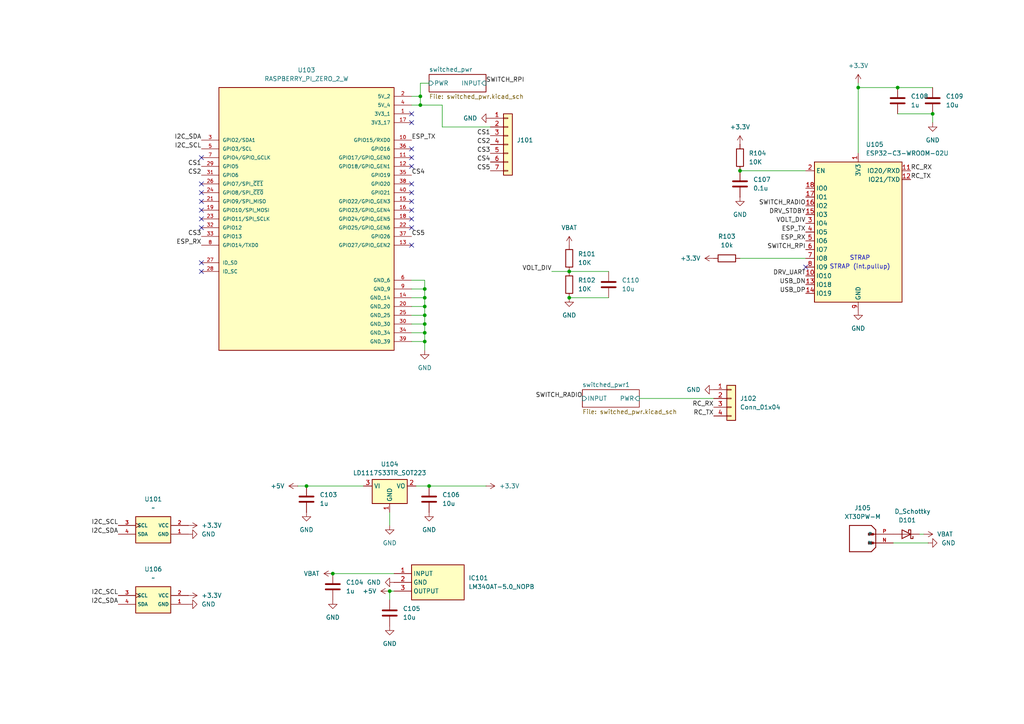
<source format=kicad_sch>
(kicad_sch (version 20250114) (generator "eeschema") (generator_version "9.0")
  (paper "A4")
  (lib_symbols
    (symbol "Connector_Generic:Conn_01x04" (pin_names (offset 1.016) (hide yes))
      (property "Reference" "J" (at 0 5.08 0))
      (property "Value" "Conn_01x04" (at 0 -7.62 0))
      (symbol "Conn_01x04_1_1"
        (rectangle (start -1.27 3.81) (end 1.27 -6.35) (stroke (width 0.254)) (fill (type background)))
        (rectangle (start -1.27 2.667) (end 0 2.413) (stroke (width 0.1524)))
        (rectangle (start -1.27 0.127) (end 0 -0.127) (stroke (width 0.1524)))
        (rectangle (start -1.27 -2.413) (end 0 -2.667) (stroke (width 0.1524)))
        (rectangle (start -1.27 -4.953) (end 0 -5.207) (stroke (width 0.1524)))
        (pin passive line (at -5.08 2.54 0) (length 3.81) (name "Pin_1") (number "1"))
        (pin passive line (at -5.08 0 0) (length 3.81) (name "Pin_2") (number "2"))
        (pin passive line (at -5.08 -2.54 0) (length 3.81) (name "Pin_3") (number "3"))
        (pin passive line (at -5.08 -5.08 0) (length 3.81) (name "Pin_4") (number "4"))
      )
    )
    (symbol "Connector_Generic:Conn_01x07" (pin_names (offset 1.016) (hide yes))
      (property "Reference" "J" (at 0 10.16 0))
      (property "Value" "Conn_01x07" (at 0 -10.16 0))
      (symbol "Conn_01x07_1_1"
        (rectangle (start -1.27 8.89) (end 1.27 -8.89) (stroke (width 0.254)) (fill (type background)))
        (rectangle (start -1.27 7.747) (end 0 7.493) (stroke (width 0.1524)))
        (rectangle (start -1.27 5.207) (end 0 4.953) (stroke (width 0.1524)))
        (rectangle (start -1.27 2.667) (end 0 2.413) (stroke (width 0.1524)))
        (rectangle (start -1.27 0.127) (end 0 -0.127) (stroke (width 0.1524)))
        (rectangle (start -1.27 -2.413) (end 0 -2.667) (stroke (width 0.1524)))
        (rectangle (start -1.27 -4.953) (end 0 -5.207) (stroke (width 0.1524)))
        (rectangle (start -1.27 -7.493) (end 0 -7.747) (stroke (width 0.1524)))
        (pin passive line (at -5.08 7.62 0) (length 3.81) (name "Pin_1") (number "1"))
        (pin passive line (at -5.08 5.08 0) (length 3.81) (name "Pin_2") (number "2"))
        (pin passive line (at -5.08 2.54 0) (length 3.81) (name "Pin_3") (number "3"))
        (pin passive line (at -5.08 0 0) (length 3.81) (name "Pin_4") (number "4"))
        (pin passive line (at -5.08 -2.54 0) (length 3.81) (name "Pin_5") (number "5"))
        (pin passive line (at -5.08 -5.08 0) (length 3.81) (name "Pin_6") (number "6"))
        (pin passive line (at -5.08 -7.62 0) (length 3.81) (name "Pin_7") (number "7"))
      )
    )
    (symbol "Device:C" (pin_numbers (hide yes)) (pin_names (offset 0.254))
      (property "Reference" "C" (at 0.635 2.54 0))
      (property "Value" "C" (at 0.635 -2.54 0))
      (symbol "C_0_1"
        (polyline (pts (xy -2.032 0.762) (xy 2.032 0.762)) (stroke (width 0.508)))
        (polyline (pts (xy -2.032 -0.762) (xy 2.032 -0.762)) (stroke (width 0.508)))
      )
      (symbol "C_1_1"
        (pin passive line (at 0 3.81 270) (length 2.794) (name "~") (number "1"))
        (pin passive line (at 0 -3.81 90) (length 2.794) (name "~") (number "2"))
      )
    )
    (symbol "Device:D_Schottky" (pin_numbers (hide yes)) (pin_names (offset 1.016) (hide yes))
      (property "Reference" "D" (at 0 2.54 0))
      (property "Value" "D_Schottky" (at 0 -2.54 0))
      (symbol "D_Schottky_0_1"
        (polyline (pts (xy -1.905 0.635) (xy -1.905 1.27) (xy -1.27 1.27) (xy -1.27 -1.27) (xy -0.635 -1.27) (xy -0.635 -0.635)) (stroke (width 0.254)))
        (polyline (pts (xy 1.27 1.27) (xy 1.27 -1.27) (xy -1.27 0) (xy 1.27 1.27)) (stroke (width 0.254)))
        (polyline (pts (xy 1.27 0) (xy -1.27 0)))
      )
      (symbol "D_Schottky_1_1"
        (pin passive line (at -3.81 0 0) (length 2.54) (name "K") (number "1"))
        (pin passive line (at 3.81 0 180) (length 2.54) (name "A") (number "2"))
      )
    )
    (symbol "Device:R" (pin_numbers (hide yes)) (pin_names (offset 0))
      (property "Reference" "R" (at 2.032 0 90))
      (property "Value" "R" (at 0 0 90))
      (symbol "R_0_1"
        (rectangle (start -1.016 -2.54) (end 1.016 2.54) (stroke (width 0.254)))
      )
      (symbol "R_1_1"
        (pin passive line (at 0 3.81 270) (length 1.27) (name "~") (number "1"))
        (pin passive line (at 0 -3.81 90) (length 1.27) (name "~") (number "2"))
      )
    )
    (symbol "LM340AT-5_0_NOPB:LM340AT-5.0_NOPB"
      (property "Reference" "IC" (at 21.59 7.62 0))
      (property "Value" "LM340AT-5.0_NOPB" (at 21.59 5.08 0))
      (symbol "LM340AT-5.0_NOPB_1_1"
        (rectangle (start 5.08 2.54) (end 20.32 -7.62) (stroke (width 0.254)) (fill (type background)))
        (pin input line (at 0 0 0) (length 5.08) (name "INPUT") (number "1"))
        (pin power_in line (at 0 -2.54 0) (length 5.08) (name "GND") (number "2"))
        (pin output line (at 0 -5.08 0) (length 5.08) (name "OUTPUT") (number "3"))
      )
    )
    (symbol "RASPBERRY_PI_ZERO_2_W:RASPBERRY_PI_ZERO_2_W" (pin_names (offset 1.016))
      (property "Reference" "U" (at -25.42 39.3962 0))
      (property "Value" "RASPBERRY_PI_ZERO_2_W" (at -25.4191 -40.6687 0))
      (symbol "RASPBERRY_PI_ZERO_2_W_0_0"
        (rectangle (start -25.4 -38.1) (end 25.4 38.1) (stroke (width 0.254)) (fill (type background)))
        (pin bidirectional line (at -30.48 22.86 0) (length 5.08) (name "GPIO2/SDA1") (number "3"))
        (pin bidirectional line (at -30.48 20.32 0) (length 5.08) (name "GPIO3/SCL") (number "5"))
        (pin bidirectional line (at -30.48 17.78 0) (length 5.08) (name "GPIO4/GPIO_GCLK") (number "7"))
        (pin bidirectional line (at -30.48 15.24 0) (length 5.08) (name "GPIO5") (number "29"))
        (pin bidirectional line (at -30.48 12.7 0) (length 5.08) (name "GPIO6") (number "31"))
        (pin bidirectional line (at -30.48 10.16 0) (length 5.08) (name "GPIO7/SPI_~{CE1}") (number "26"))
        (pin bidirectional line (at -30.48 7.62 0) (length 5.08) (name "GPIO8/SPI_~{CE0}") (number "24"))
        (pin bidirectional line (at -30.48 5.08 0) (length 5.08) (name "GPIO9/SPI_MISO") (number "21"))
        (pin bidirectional line (at -30.48 2.54 0) (length 5.08) (name "GPIO10/SPI_MOSI") (number "19"))
        (pin bidirectional line (at -30.48 0 0) (length 5.08) (name "GPIO11/SPI_SCLK") (number "23"))
        (pin bidirectional line (at -30.48 -2.54 0) (length 5.08) (name "GPIO12") (number "32"))
        (pin bidirectional line (at -30.48 -5.08 0) (length 5.08) (name "GPIO13") (number "33"))
        (pin bidirectional line (at -30.48 -7.62 0) (length 5.08) (name "GPIO14/TXD0") (number "8"))
        (pin bidirectional line (at -30.48 -12.7 0) (length 5.08) (name "ID_SD") (number "27"))
        (pin bidirectional line (at -30.48 -15.24 0) (length 5.08) (name "ID_SC") (number "28"))
        (pin power_in line (at 30.48 35.56 180) (length 5.08) (name "5V_2") (number "2"))
        (pin power_in line (at 30.48 33.02 180) (length 5.08) (name "5V_4") (number "4"))
        (pin power_in line (at 30.48 30.48 180) (length 5.08) (name "3V3_1") (number "1"))
        (pin power_in line (at 30.48 27.94 180) (length 5.08) (name "3V3_17") (number "17"))
        (pin bidirectional line (at 30.48 22.86 180) (length 5.08) (name "GPIO15/RXD0") (number "10"))
        (pin bidirectional line (at 30.48 20.32 180) (length 5.08) (name "GPIO16") (number "36"))
        (pin bidirectional line (at 30.48 17.78 180) (length 5.08) (name "GPIO17/GPIO_GEN0") (number "11"))
        (pin bidirectional line (at 30.48 15.24 180) (length 5.08) (name "GPIO18/GPIO_GEN1") (number "12"))
        (pin bidirectional line (at 30.48 12.7 180) (length 5.08) (name "GPIO19") (number "35"))
        (pin bidirectional line (at 30.48 10.16 180) (length 5.08) (name "GPIO20") (number "38"))
        (pin bidirectional line (at 30.48 7.62 180) (length 5.08) (name "GPIO21") (number "40"))
        (pin bidirectional line (at 30.48 5.08 180) (length 5.08) (name "GPIO22/GPIO_GEN3") (number "15"))
        (pin bidirectional line (at 30.48 2.54 180) (length 5.08) (name "GPIO23/GPIO_GEN4") (number "16"))
        (pin bidirectional line (at 30.48 0 180) (length 5.08) (name "GPIO24/GPIO_GEN5") (number "18"))
        (pin bidirectional line (at 30.48 -2.54 180) (length 5.08) (name "GPIO25/GPIO_GEN6") (number "22"))
        (pin bidirectional line (at 30.48 -5.08 180) (length 5.08) (name "GPIO26") (number "37"))
        (pin bidirectional line (at 30.48 -7.62 180) (length 5.08) (name "GPIO27/GPIO_GEN2") (number "13"))
        (pin power_in line (at 30.48 -17.78 180) (length 5.08) (name "GND_6") (number "6"))
        (pin power_in line (at 30.48 -20.32 180) (length 5.08) (name "GND_9") (number "9"))
        (pin power_in line (at 30.48 -22.86 180) (length 5.08) (name "GND_14") (number "14"))
        (pin power_in line (at 30.48 -25.4 180) (length 5.08) (name "GND_20") (number "20"))
        (pin power_in line (at 30.48 -27.94 180) (length 5.08) (name "GND_25") (number "25"))
        (pin power_in line (at 30.48 -30.48 180) (length 5.08) (name "GND_30") (number "30"))
        (pin power_in line (at 30.48 -33.02 180) (length 5.08) (name "GND_34") (number "34"))
        (pin power_in line (at 30.48 -35.56 180) (length 5.08) (name "GND_39") (number "39"))
      )
    )
    (symbol "RF_Module:ESP32-C3-WROOM-02U"
      (property "Reference" "U" (at -12.192 21.336 0))
      (property "Value" "ESP32-C3-WROOM-02U" (at 12.7 21.336 0))
      (symbol "ESP32-C3-WROOM-02U_1_1"
        (rectangle (start -12.7 20.32) (end 12.7 -20.32) (stroke (width 0.254)) (fill (type background)))
        (pin input line (at -15.24 17.78 0) (length 2.54) (name "EN") (number "2"))
        (pin bidirectional line (at -15.24 12.7 0) (length 2.54) (name "IO0") (number "18"))
        (pin bidirectional line (at -15.24 10.16 0) (length 2.54) (name "IO1") (number "17"))
        (pin bidirectional line (at -15.24 7.62 0) (length 2.54) (name "IO2") (number "16"))
        (pin bidirectional line (at -15.24 5.08 0) (length 2.54) (name "IO3") (number "15"))
        (pin bidirectional line (at -15.24 2.54 0) (length 2.54) (name "IO4") (number "3"))
        (pin bidirectional line (at -15.24 0 0) (length 2.54) (name "IO5") (number "4"))
        (pin bidirectional line (at -15.24 -2.54 0) (length 2.54) (name "IO6") (number "5"))
        (pin bidirectional line (at -15.24 -5.08 0) (length 2.54) (name "IO7") (number "6"))
        (pin bidirectional line (at -15.24 -7.62 0) (length 2.54) (name "IO8") (number "7"))
        (pin bidirectional line (at -15.24 -10.16 0) (length 2.54) (name "IO9") (number "8"))
        (pin bidirectional line (at -15.24 -12.7 0) (length 2.54) (name "IO10") (number "10"))
        (pin bidirectional line (at -15.24 -15.24 0) (length 2.54) (name "IO18") (number "13"))
        (pin bidirectional line (at -15.24 -17.78 0) (length 2.54) (name "IO19") (number "14"))
        (pin power_in line (at 0 22.86 270) (length 2.54) (name "3V3") (number "1"))
        (pin passive line (at 0 -22.86 90) (length 2.54) (hide yes) (name "GND") (number "19"))
        (pin power_in line (at 0 -22.86 90) (length 2.54) (name "GND") (number "9"))
        (pin bidirectional line (at 15.24 17.78 180) (length 2.54) (name "IO20/RXD") (number "11"))
        (pin bidirectional line (at 15.24 15.24 180) (length 2.54) (name "IO21/TXD") (number "12"))
      )
    )
    (symbol "Regulator_Linear:LD1117S33TR_SOT223"
      (property "Reference" "U" (at -3.81 3.175 0))
      (property "Value" "LD1117S33TR_SOT223" (at 0 3.175 0))
      (symbol "LD1117S33TR_SOT223_0_1"
        (rectangle (start -5.08 -5.08) (end 5.08 1.905) (stroke (width 0.254)) (fill (type background)))
      )
      (symbol "LD1117S33TR_SOT223_1_1"
        (pin power_in line (at -7.62 0 0) (length 2.54) (name "VI") (number "3"))
        (pin power_in line (at 0 -7.62 90) (length 2.54) (name "GND") (number "1"))
        (pin power_out line (at 7.62 0 180) (length 2.54) (name "VO") (number "2"))
      )
    )
    (symbol "USB4145-03-0070-C_REVA2:USB4145-03-0070-C_REVA2" (pin_names (offset 1.016))
      (property "Reference" "J" (at -12.7 10.922 0))
      (property "Value" "USB4145-03-0070-C_REVA2" (at -12.7 -15.24 0))
      (symbol "USB4145-03-0070-C_REVA2_0_0"
        (rectangle (start -12.7 -12.7) (end 12.7 10.16) (stroke (width 0.254)) (fill (type background)))
        (pin power_in line (at -17.78 7.62 0) (length 5.08) (name "VBUS_A") (number "A4"))
        (pin power_in line (at -17.78 7.62 0) (length 5.08) (name "VBUS_A") (number "A9"))
        (pin bidirectional line (at -17.78 5.08 0) (length 5.08) (name "CC1") (number "A5"))
        (pin bidirectional line (at -17.78 2.54 0) (length 5.08) (name "DP1") (number "A6"))
        (pin bidirectional line (at -17.78 0 0) (length 5.08) (name "DN1") (number "A7"))
        (pin bidirectional line (at -17.78 -2.54 0) (length 5.08) (name "SBU1") (number "A8"))
        (pin power_in line (at -17.78 -5.08 0) (length 5.08) (name "GND_A") (number "A1"))
        (pin power_in line (at -17.78 -5.08 0) (length 5.08) (name "GND_A") (number "A12"))
        (pin passive line (at -17.78 -10.16 0) (length 5.08) (name "SHIELD") (number "S1"))
        (pin passive line (at -17.78 -10.16 0) (length 5.08) (name "SHIELD") (number "S2"))
        (pin passive line (at -17.78 -10.16 0) (length 5.08) (name "SHIELD") (number "S3"))
        (pin passive line (at -17.78 -10.16 0) (length 5.08) (name "SHIELD") (number "S4"))
        (pin power_in line (at 17.78 7.62 180) (length 5.08) (name "VBUS_B") (number "B4"))
        (pin power_in line (at 17.78 7.62 180) (length 5.08) (name "VBUS_B") (number "B9"))
        (pin bidirectional line (at 17.78 5.08 180) (length 5.08) (name "SBU2") (number "B8"))
        (pin bidirectional line (at 17.78 2.54 180) (length 5.08) (name "DN2") (number "B7"))
        (pin bidirectional line (at 17.78 0 180) (length 5.08) (name "DP2") (number "B6"))
        (pin bidirectional line (at 17.78 -2.54 180) (length 5.08) (name "CC2") (number "B5"))
        (pin power_in line (at 17.78 -5.08 180) (length 5.08) (name "GND_B") (number "B1"))
        (pin power_in line (at 17.78 -5.08 180) (length 5.08) (name "GND_B") (number "B12"))
      )
    )
    (symbol "XT30PW-M:XT30PW-M" (pin_names (offset 1.016))
      (property "Reference" "J" (at -7.62 3.302 0))
      (property "Value" "XT30PW-M" (at -7.62 -7.62 0))
      (symbol "XT30PW-M_0_0"
        (polyline (pts (xy -7.62 2.54) (xy -1.27 2.54)) (stroke (width 0.254)))
        (polyline (pts (xy -7.62 -5.08) (xy -7.62 2.54)) (stroke (width 0.254)))
        (rectangle (start -2.2225 -0.3175) (end -0.635 0.3175) (stroke (width 0.1)) (fill (type outline)))
        (rectangle (start -2.2225 -2.8575) (end -0.635 -2.2225) (stroke (width 0.1)) (fill (type outline)))
        (polyline (pts (xy -1.27 -5.08) (xy -7.62 -5.08)) (stroke (width 0.254)))
        (polyline (pts (xy 0 1.27) (xy -1.27 2.54)) (stroke (width 0.254)))
        (polyline (pts (xy 0 1.27) (xy 0 0)) (stroke (width 0.254)))
        (polyline (pts (xy 0 0) (xy -1.905 0)) (stroke (width 0.254)))
        (polyline (pts (xy 0 0) (xy 0 -3.81)) (stroke (width 0.254)))
        (polyline (pts (xy 0 -2.54) (xy -1.905 -2.54)) (stroke (width 0.254)))
        (polyline (pts (xy 0 -3.81) (xy -1.27 -5.08)) (stroke (width 0.254)))
        (pin power_in line (at 5.08 0 180) (length 5.08) (name "P") (number "P"))
        (pin power_in line (at 5.08 -2.54 180) (length 5.08) (name "N") (number "N"))
      )
    )
    (symbol "custom:Compass"
      (property "Reference" "U" (at 0 1.27 0))
      (symbol "Compass_0_0"
        (rectangle (start -5.08 5.08) (end 5.08 -2.54) (stroke (width 0.254)) (fill (type background)))
      )
      (symbol "Compass_1_0"
        (pin input clock (at -10.16 2.54 0) (length 5.08) (name "SCL") (number "3"))
        (pin bidirectional line (at -10.16 0 0) (length 5.08) (name "SDA") (number "4"))
        (pin power_in line (at 10.16 2.54 180) (length 5.08) (name "VCC") (number "2"))
        (pin power_in line (at 10.16 0 180) (length 5.08) (name "GND") (number "1"))
      )
    )
    (symbol "power:+3.3V" (power) (pin_numbers (hide yes)) (pin_names (offset 0) (hide yes))
      (property "Value" "+3.3V" (at 0 3.556 0))
      (symbol "+3.3V_0_1"
        (polyline (pts (xy -0.762 1.27) (xy 0 2.54)))
        (polyline (pts (xy 0 2.54) (xy 0.762 1.27)))
        (polyline (pts (xy 0 0) (xy 0 2.54)))
      )
      (symbol "+3.3V_1_1"
        (pin power_in line (at 0 0 90) (length 0) (name "~") (number "1"))
      )
    )
    (symbol "power:+5V" (power) (pin_numbers (hide yes)) (pin_names (offset 0) (hide yes))
      (property "Value" "+5V" (at 0 3.556 0))
      (symbol "+5V_0_1"
        (polyline (pts (xy -0.762 1.27) (xy 0 2.54)))
        (polyline (pts (xy 0 2.54) (xy 0.762 1.27)))
        (polyline (pts (xy 0 0) (xy 0 2.54)))
      )
      (symbol "+5V_1_1"
        (pin power_in line (at 0 0 90) (length 0) (name "~") (number "1"))
      )
    )
    (symbol "power:GND" (power) (pin_numbers (hide yes)) (pin_names (offset 0) (hide yes))
      (property "Value" "GND" (at 0 -3.81 0))
      (symbol "GND_0_1"
        (polyline (pts (xy 0 0) (xy 0 -1.27) (xy 1.27 -1.27) (xy 0 -2.54) (xy -1.27 -1.27) (xy 0 -1.27)))
      )
      (symbol "GND_1_1"
        (pin power_in line (at 0 0 270) (length 0) (name "~") (number "1"))
      )
    )
    (symbol "power:VD" (power) (pin_numbers (hide yes)) (pin_names (offset 0) (hide yes))
      (property "Value" "VD" (at 0 3.556 0))
      (symbol "VD_0_1"
        (polyline (pts (xy -0.762 1.27) (xy 0 2.54)))
        (polyline (pts (xy 0 2.54) (xy 0.762 1.27)))
        (polyline (pts (xy 0 0) (xy 0 2.54)))
      )
      (symbol "VD_1_1"
        (pin power_in line (at 0 0 90) (length 0) (name "~") (number "1"))
      )
    )
  )
  (text "STRAP (int.pullup)\n" (at 249.428 77.47 0) (effects (font (size 1.27 1.27))))
  (text "STRAP" (at 249.428 74.93 0) (effects (font (size 1.27 1.27))))
  (junction (at 123.19 83.82))
  (junction (at 113.03 171.45))
  (junction (at 260.35 25.4))
  (junction (at 165.1 86.36))
  (junction (at 123.19 99.06))
  (junction (at 123.19 86.36))
  (junction (at 121.92 30.48))
  (junction (at 123.19 88.9))
  (junction (at 248.92 25.4))
  (junction (at 121.92 27.94))
  (junction (at 214.63 49.53))
  (junction (at 165.1 78.74))
  (junction (at 96.52 166.37))
  (junction (at 88.9 140.97))
  (junction (at 123.19 93.98))
  (junction (at 124.46 140.97))
  (junction (at 270.51 33.02))
  (junction (at 123.19 96.52))
  (junction (at 123.19 91.44))
  (no_connect (at 339.09 48.26))
  (no_connect (at 325.12 21.59))
  (no_connect (at 119.38 48.26))
  (no_connect (at 339.09 27.94))
  (no_connect (at 58.42 55.88))
  (no_connect (at 339.09 69.85))
  (no_connect (at 234.95 -50.8))
  (no_connect (at 339.09 45.72))
  (no_connect (at 58.42 58.42))
  (no_connect (at 58.42 78.74))
  (no_connect (at 119.38 58.42))
  (no_connect (at 58.42 76.2))
  (no_connect (at 234.95 -60.96))
  (no_connect (at 119.38 71.12))
  (no_connect (at 339.09 67.31))
  (no_connect (at 119.38 60.96))
  (no_connect (at 199.39 -58.42))
  (no_connect (at 58.42 53.34))
  (no_connect (at 199.39 -60.96))
  (no_connect (at 199.39 -50.8))
  (no_connect (at 119.38 45.72))
  (no_connect (at 58.42 60.96))
  (no_connect (at 119.38 53.34))
  (no_connect (at 58.42 63.5))
  (no_connect (at 119.38 43.18))
  (no_connect (at 58.42 66.04))
  (no_connect (at 119.38 55.88))
  (no_connect (at 325.12 63.5))
  (no_connect (at 339.09 25.4))
  (no_connect (at 58.42 45.72))
  (no_connect (at 234.95 -58.42))
  (no_connect (at 325.12 41.91))
  (no_connect (at 119.38 33.02))
  (no_connect (at 119.38 35.56))
  (no_connect (at 119.38 63.5))
  (no_connect (at 233.68 77.47))
  (no_connect (at 119.38 66.04))
  (wire (pts (xy 124.46 140.97) (xy 140.97 140.97)))
  (wire (pts (xy 121.92 27.94) (xy 121.92 30.48)))
  (wire (pts (xy 123.19 81.28) (xy 123.19 83.82)))
  (wire (pts (xy 119.38 93.98) (xy 123.19 93.98)))
  (wire (pts (xy 119.38 83.82) (xy 123.19 83.82)))
  (wire (pts (xy 114.3 171.45) (xy 113.03 171.45)))
  (wire (pts (xy 96.52 166.37) (xy 114.3 166.37)))
  (wire (pts (xy 123.19 91.44) (xy 123.19 93.98)))
  (wire (pts (xy 260.35 33.02) (xy 270.51 33.02)))
  (wire (pts (xy 124.46 140.97) (xy 120.65 140.97)))
  (wire (pts (xy 88.9 140.97) (xy 105.41 140.97)))
  (wire (pts (xy 119.38 96.52) (xy 123.19 96.52)))
  (wire (pts (xy 119.38 27.94) (xy 121.92 27.94)))
  (wire (pts (xy 121.92 30.48) (xy 128.27 30.48)))
  (wire (pts (xy 121.92 24.13) (xy 121.92 27.94)))
  (wire (pts (xy 248.92 25.4) (xy 260.35 25.4)))
  (wire (pts (xy 160.02 78.74) (xy 165.1 78.74)))
  (wire (pts (xy 119.38 30.48) (xy 121.92 30.48)))
  (wire (pts (xy 165.1 78.74) (xy 176.53 78.74)))
  (wire (pts (xy 123.19 83.82) (xy 123.19 86.36)))
  (wire (pts (xy 119.38 81.28) (xy 123.19 81.28)))
  (wire (pts (xy 123.19 86.36) (xy 123.19 88.9)))
  (wire (pts (xy 248.92 25.4) (xy 248.92 44.45)))
  (wire (pts (xy 123.19 96.52) (xy 123.19 99.06)))
  (wire (pts (xy 214.63 49.53) (xy 233.68 49.53)))
  (wire (pts (xy 269.24 157.48) (xy 259.08 157.48)))
  (wire (pts (xy 260.35 25.4) (xy 270.51 25.4)))
  (wire (pts (xy 119.38 91.44) (xy 123.19 91.44)))
  (wire (pts (xy 123.19 88.9) (xy 123.19 91.44)))
  (wire (pts (xy 267.97 154.94) (xy 266.7 154.94)))
  (wire (pts (xy 121.92 24.13) (xy 124.46 24.13)))
  (wire (pts (xy 185.42 115.57) (xy 207.01 115.57)))
  (wire (pts (xy 86.36 140.97) (xy 88.9 140.97)))
  (wire (pts (xy 128.27 30.48) (xy 128.27 36.83)))
  (wire (pts (xy 113.03 152.4) (xy 113.03 148.59)))
  (wire (pts (xy 119.38 99.06) (xy 123.19 99.06)))
  (wire (pts (xy 119.38 88.9) (xy 123.19 88.9)))
  (wire (pts (xy 270.51 35.56) (xy 270.51 33.02)))
  (wire (pts (xy 165.1 86.36) (xy 176.53 86.36)))
  (wire (pts (xy 128.27 36.83) (xy 142.24 36.83)))
  (wire (pts (xy 248.92 24.13) (xy 248.92 25.4)))
  (wire (pts (xy 113.03 171.45) (xy 113.03 173.99)))
  (wire (pts (xy 123.19 99.06) (xy 123.19 101.6)))
  (wire (pts (xy 123.19 93.98) (xy 123.19 96.52)))
  (wire (pts (xy 214.63 74.93) (xy 233.68 74.93)))
  (wire (pts (xy 119.38 86.36) (xy 123.19 86.36)))
  (label "DRV_UART" (at 325.12 60.96 180))
  (label "USB_DN" (at 233.68 82.55 180))
  (label "USB_DN" (at 234.95 -55.88 0))
  (label "CS4" (at 142.24 46.99 180))
  (label "CS5" (at 119.38 68.58 0))
  (label "DRV_UART" (at 325.12 19.05 180))
  (label "I2C_SDA" (at 34.29 154.94 180))
  (label "USB_DP" (at 234.95 -53.34 0))
  (label "ESP_TX" (at 233.68 67.31 180))
  (label "CS2" (at 58.42 50.8 180))
  (label "ESP_TX" (at 119.38 40.64 0))
  (label "DRV_UART" (at 325.12 39.37 180))
  (label "RC_TX" (at 264.16 52.07 0))
  (label "VOLT_DIV" (at 160.02 78.74 180))
  (label "CS3" (at 58.42 68.58 180))
  (label "SWITCH_RPI" (at 140.97 24.13 0))
  (label "USB_DP" (at 233.68 85.09 180))
  (label "DRV_STDBY" (at 325.12 68.58 180))
  (label "ESP_RX" (at 233.68 69.85 180))
  (label "CS1" (at 142.24 39.37 180))
  (label "RC_RX" (at 207.01 118.11 180))
  (label "CS4" (at 119.38 50.8 0))
  (label "DRV_STDBY" (at 233.68 62.23 180))
  (label "CS3" (at 142.24 44.45 180))
  (label "CS1" (at 58.42 48.26 180))
  (label "I2C_SCL" (at 58.42 43.18 180))
  (label "ESP_RX" (at 58.42 71.12 180))
  (label "I2C_SDA" (at 34.29 175.26 180))
  (label "DRV_UART" (at 233.68 80.01 180))
  (label "I2C_SCL" (at 34.29 172.72 180))
  (label "RC_RX" (at 264.16 49.53 0))
  (label "SWITCH_RPI" (at 233.68 72.39 180))
  (label "SWITCH_RADIO" (at 168.91 115.57 180))
  (label "VOLT_DIV" (at 233.68 64.77 180))
  (label "CS5" (at 142.24 49.53 180))
  (label "I2C_SCL" (at 34.29 152.4 180))
  (label "USB_DN" (at 199.39 -53.34 180))
  (label "I2C_SDA" (at 58.42 40.64 180))
  (label "DRV_STDBY" (at 325.12 46.99 180))
  (label "CS2" (at 142.24 41.91 180))
  (label "DRV_STDBY" (at 325.12 26.67 180))
  (label "SWITCH_RADIO" (at 233.68 59.69 180))
  (label "RC_TX" (at 207.01 120.65 180))
  (label "USB_DP" (at 199.39 -55.88 180))
  (symbol (lib_id "power:GND") (at 214.63 57.15 0) (unit 1)
    (property "Reference" "#PWR0127" (effects (hide yes)))
    (property "Value" "GND" (at 214.63 62.23 0))
    (property "Description" "Power symbol creates a global label with name \"GND\" , ground" (effects (hide yes)))
  )
  (symbol (lib_id "power:+3.3V") (at 339.09 60.96 270) (unit 1)
    (property "Reference" "#PWR0141" (effects (hide yes)))
    (property "Value" "+3.3V" (at 342.9 60.9599 90) (effects (justify left)))
    (property "Description" "Power symbol creates a global label with name \"+3.3V\"" (effects (hide yes)))
  )
  (symbol (lib_id "power:GND") (at 54.61 175.26 90) (unit 1)
    (property "Reference" "#PWR0106" (effects (hide yes)))
    (property "Value" "GND" (at 58.42 175.2599 90) (effects (justify right)))
    (property "Description" "Power symbol creates a global label with name \"GND\" , ground" (effects (hide yes)))
  )
  (symbol (lib_id "power:+5V") (at 86.36 140.97 90) (unit 1)
    (property "Reference" "#PWR0107" (effects (hide yes)))
    (property "Value" "+5V" (at 82.55 140.9699 90) (effects (justify left)))
    (property "Description" "Power symbol creates a global label with name \"+5V\"" (effects (hide yes)))
  )
  (symbol (lib_id "power:GND") (at 339.09 19.05 90) (unit 1)
    (property "Reference" "#PWR0137" (effects (hide yes)))
    (property "Value" "GND" (at 342.9 19.0499 90) (effects (justify right)))
    (property "Description" "Power symbol creates a global label with name \"GND\" , ground" (effects (hide yes)))
  )
  (symbol (lib_id "custom:Compass") (at 44.45 175.26 0) (unit 1)
    (property "Reference" "U106" (at 44.45 165.1 0))
    (property "Value" "~" (at 44.45 167.64 0))
    (property "Footprint" "custom_fc:Compass_conn_board" (effects (hide yes)))
  )
  (symbol (lib_id "Device:C") (at 176.53 82.55 0) (unit 1)
    (property "Reference" "C110" (at 180.34 81.2799 0) (effects (justify left)))
    (property "Value" "10u" (at 180.34 83.8199 0) (effects (justify left)))
    (property "Footprint" "Capacitor_SMD:C_0603_1608Metric_Pad1.08x0.95mm_HandSolder" (effects (hide yes)))
    (property "Description" "Unpolarized capacitor" (effects (hide yes)))
  )
  (symbol (lib_id "Device:C") (at 260.35 29.21 0) (unit 1)
    (property "Reference" "C108" (at 264.16 27.9399 0) (effects (justify left)))
    (property "Value" "1u" (at 264.16 30.4799 0) (effects (justify left)))
    (property "Footprint" "Capacitor_SMD:C_0603_1608Metric_Pad1.08x0.95mm_HandSolder" (effects (hide yes)))
    (property "Description" "Unpolarized capacitor" (effects (hide yes)))
  )
  (symbol (lib_id "power:GND") (at 88.9 148.59 0) (unit 1)
    (property "Reference" "#PWR0108" (effects (hide yes)))
    (property "Value" "GND" (at 88.9 153.67 0))
    (property "Description" "Power symbol creates a global label with name \"GND\" , ground" (effects (hide yes)))
  )
  (symbol (lib_id "power:GND") (at 165.1 86.36 0) (unit 1)
    (property "Reference" "#PWR0102" (effects (hide yes)))
    (property "Value" "GND" (at 165.1 91.44 0))
    (property "Description" "Power symbol creates a global label with name \"GND\" , ground" (effects (hide yes)))
  )
  (symbol (lib_id "RASPBERRY_PI_ZERO_2_W:RASPBERRY_PI_ZERO_2_W") (at 88.9 63.5 0) (unit 1)
    (property "Reference" "U103" (at 88.9 20.32 0))
    (property "Value" "RASPBERRY_PI_ZERO_2_W" (at 88.9 22.86 0))
    (property "Footprint" "RASPBERRY_PI_ZERO_2_W:MODULE_RASPBERRY_PI_ZERO_2_W" (effects (hide yes)))
    (property "MF" "Raspberry Pi" (effects (hide yes)))
    (property "Description_1" "\n                        \n                            At the heart of Raspberry Pi Zero 2 W is RP3A0, a custom-built system-in-package designed by Raspberry Pi in the UK.\n                        \n" (effects (hide yes)))
    (property "Package" "None" (effects (hide yes)))
    (property "Price" "None" (effects (hide yes)))
    (property "Check_prices" "https://www.snapeda.com/parts/RASPBERRY%20PI%20ZERO%202%20W/Raspberry+Pi/view-part/?ref=eda" (effects (hide yes)))
    (property "STANDARD" "Manufacturer Recommendations" (effects (hide yes)))
    (property "PARTREV" "April 2024" (effects (hide yes)))
    (property "SnapEDA_Link" "https://www.snapeda.com/parts/RASPBERRY%20PI%20ZERO%202%20W/Raspberry+Pi/view-part/?ref=snap" (effects (hide yes)))
    (property "MP" "RASPBERRY PI ZERO 2 W" (effects (hide yes)))
    (property "Availability" "In Stock" (effects (hide yes)))
    (property "MANUFACTURER" "Raspberry Pi" (effects (hide yes)))
  )
  (symbol (lib_id "power:VD") (at 165.1 71.12 0) (unit 1)
    (property "Reference" "#PWR0101" (effects (hide yes)))
    (property "Value" "VBAT" (at 165.1 66.04 0))
    (property "Description" "Power symbol creates a global label with name \"VD\"" (effects (hide yes)))
  )
  (symbol (lib_id "Regulator_Linear:LD1117S33TR_SOT223") (at 113.03 140.97 0) (unit 1)
    (property "Reference" "U104" (at 113.03 134.62 0))
    (property "Value" "LD1117S33TR_SOT223" (at 113.03 137.16 0))
    (property "Footprint" "Package_TO_SOT_SMD:SOT-223-3_TabPin2" (effects (hide yes)))
    (property "Datasheet" "http://www.st.com/st-web-ui/static/active/en/resource/technical/document/datasheet/CD00000544.pdf" (effects (hide yes)))
    (property "Description" "800mA Fixed Low Drop Positive Voltage Regulator, Fixed Output 3.3V, SOT-223" (effects (hide yes)))
  )
  (symbol (lib_id "power:+3.3V") (at 207.01 74.93 90) (unit 1)
    (property "Reference" "#PWR0124" (effects (hide yes)))
    (property "Value" "+3.3V" (at 203.2 74.9299 90) (effects (justify left)))
    (property "Description" "Power symbol creates a global label with name \"+3.3V\"" (effects (hide yes)))
  )
  (symbol (lib_id "RF_Module:ESP32-C3-WROOM-02U") (at 248.92 67.31 0) (unit 1)
    (property "Reference" "U105" (at 251.1141 41.91 0) (effects (justify left)))
    (property "Value" "ESP32-C3-WROOM-02U" (at 251.1141 44.45 0) (effects (justify left)))
    (property "Footprint" "RF_Module:ESP32-C3-WROOM-02U" (effects (hide yes)))
    (property "Datasheet" "https://www.espressif.com/sites/default/files/documentation/esp32-c3-wroom-02_datasheet_en.pdf" (effects (hide yes)))
    (property "Description" "802.11 b/g/n Wi­Fi and Bluetooth 5 module, ESP32­C3 SoC, RISC­V microprocessor, On-board antenna" (effects (hide yes)))
  )
  (symbol (lib_id "Device:R") (at 165.1 74.93 180) (unit 1)
    (property "Reference" "R101" (at 167.64 73.6599 0) (effects (justify right)))
    (property "Value" "10K" (at 167.64 76.1999 0) (effects (justify right)))
    (property "Footprint" "Resistor_SMD:R_0603_1608Metric_Pad0.98x0.95mm_HandSolder" (effects (hide yes)))
    (property "Description" "Resistor" (effects (hide yes)))
  )
  (symbol (lib_id "Connector_Generic:Conn_01x07") (at 147.32 41.91 0) (unit 1)
    (property "Reference" "J101" (at 149.86 40.6399 0) (effects (justify left)))
    (property "Value" "Conn_01x07" (effects (hide yes)))
    (property "Footprint" "Connector_PinSocket_2.54mm:PinSocket_1x07_P2.54mm_Vertical" (effects (hide yes)))
    (property "Description" "Generic connector, single row, 01x07, script generated (kicad-library-utils/schlib/autogen/connector/)" (effects (hide yes)))
  )
  (symbol (lib_id "Device:R") (at 165.1 82.55 180) (unit 1)
    (property "Reference" "R102" (at 167.64 81.2799 0) (effects (justify right)))
    (property "Value" "10K" (at 167.64 83.8199 0) (effects (justify right)))
    (property "Footprint" "Resistor_SMD:R_0603_1608Metric_Pad0.98x0.95mm_HandSolder" (effects (hide yes)))
    (property "Description" "Resistor" (effects (hide yes)))
  )
  (symbol (lib_id "power:+3.3V") (at 54.61 152.4 270) (unit 1)
    (property "Reference" "#PWR0103" (effects (hide yes)))
    (property "Value" "+3.3V" (at 58.42 152.3999 90) (effects (justify left)))
    (property "Description" "Power symbol creates a global label with name \"+3.3V\"" (effects (hide yes)))
  )
  (symbol (lib_id "power:VD") (at 267.97 154.94 270) (unit 1)
    (property "Reference" "#PWR0131" (effects (hide yes)))
    (property "Value" "VBAT" (at 271.78 154.9401 90) (effects (justify left)))
    (property "Description" "Power symbol creates a global label with name \"VD\"" (effects (hide yes)))
  )
  (symbol (lib_id "power:GND") (at 325.12 24.13 270) (unit 1)
    (property "Reference" "#PWR0134" (effects (hide yes)))
    (property "Value" "GND" (at 321.31 24.1299 90) (effects (justify right)))
    (property "Description" "Power symbol creates a global label with name \"GND\" , ground" (effects (hide yes)))
  )
  (symbol (lib_id "power:GND") (at 339.09 21.59 90) (unit 1)
    (property "Reference" "#PWR0138" (effects (hide yes)))
    (property "Value" "GND" (at 342.9 21.5899 90) (effects (justify right)))
    (property "Description" "Power symbol creates a global label with name \"GND\" , ground" (effects (hide yes)))
  )
  (symbol (lib_id "Device:D_Schottky") (at 262.89 154.94 180) (unit 1)
    (property "Reference" "D101" (at 263.144 150.876 0))
    (property "Value" "D_Schottky" (at 264.668 148.336 0))
    (property "Footprint" "Diode_SMD:D_SMC" (effects (hide yes)))
    (property "Description" "Schottky diode" (effects (hide yes)))
  )
  (symbol (lib_id "power:GND") (at 270.51 35.56 0) (unit 1)
    (property "Reference" "#PWR0133" (effects (hide yes)))
    (property "Value" "GND" (at 270.51 40.64 0))
    (property "Description" "Power symbol creates a global label with name \"GND\" , ground" (effects (hide yes)))
  )
  (symbol (lib_id "power:GND") (at 199.39 -43.18 270) (unit 1)
    (property "Reference" "#PWR0121" (effects (hide yes)))
    (property "Value" "GND" (at 195.58 -43.1801 90) (effects (justify right)))
    (property "Description" "Power symbol creates a global label with name \"GND\" , ground" (effects (hide yes)))
  )
  (symbol (lib_id "power:GND") (at 113.03 152.4 0) (unit 1)
    (property "Reference" "#PWR0111" (effects (hide yes)))
    (property "Value" "GND" (at 113.03 157.48 0))
    (property "Description" "Power symbol creates a global label with name \"GND\" , ground" (effects (hide yes)))
  )
  (symbol (lib_id "Connector_Generic:Conn_01x04") (at 212.09 115.57 0) (unit 1)
    (property "Reference" "J102" (at 214.63 115.5699 0) (effects (justify left)))
    (property "Value" "Conn_01x04" (at 214.63 118.1099 0) (effects (justify left)))
    (property "Footprint" "Connector_PinHeader_2.54mm:PinHeader_1x04_P2.54mm_Vertical" (effects (hide yes)))
    (property "Description" "Generic connector, single row, 01x04, script generated (kicad-library-utils/schlib/autogen/connector/)" (effects (hide yes)))
  )
  (symbol (lib_id "custom:Compass") (at 44.45 154.94 0) (unit 1)
    (property "Reference" "U101" (at 44.45 144.78 0))
    (property "Value" "~" (at 44.45 147.32 0))
    (property "Footprint" "custom_fc:Compass_conn_board" (effects (hide yes)))
  )
  (symbol (lib_id "power:GND") (at 114.3 168.91 270) (unit 1)
    (property "Reference" "#PWR0114" (effects (hide yes)))
    (property "Value" "GND" (at 110.49 168.9099 90) (effects (justify right)))
    (property "Description" "Power symbol creates a global label with name \"GND\" , ground" (effects (hide yes)))
  )
  (symbol (lib_id "power:GND") (at 123.19 101.6 0) (unit 1)
    (property "Reference" "#PWR0115" (effects (hide yes)))
    (property "Value" "GND" (at 123.19 106.68 0))
    (property "Description" "Power symbol creates a global label with name \"GND\" , ground" (effects (hide yes)))
  )
  (symbol (lib_id "Device:C") (at 88.9 144.78 0) (unit 1)
    (property "Reference" "C103" (at 92.71 143.5099 0) (effects (justify left)))
    (property "Value" "1u" (at 92.71 146.0499 0) (effects (justify left)))
    (property "Footprint" "Capacitor_SMD:C_0603_1608Metric_Pad1.08x0.95mm_HandSolder" (effects (hide yes)))
    (property "Description" "Unpolarized capacitor" (effects (hide yes)))
  )
  (symbol (lib_id "power:+5V") (at 113.03 171.45 90) (unit 1)
    (property "Reference" "#PWR0112" (effects (hide yes)))
    (property "Value" "+5V" (at 109.22 171.4499 90) (effects (justify left)))
    (property "Description" "Power symbol creates a global label with name \"+5V\"" (effects (hide yes)))
  )
  (symbol (lib_id "Device:R") (at 214.63 45.72 180) (unit 1)
    (property "Reference" "R104" (at 217.17 44.4499 0) (effects (justify right)))
    (property "Value" "10K" (at 217.17 46.9899 0) (effects (justify right)))
    (property "Footprint" "Resistor_SMD:R_0603_1608Metric_Pad0.98x0.95mm_HandSolder" (effects (hide yes)))
    (property "Description" "Resistor" (effects (hide yes)))
  )
  (symbol (lib_id "power:GND") (at 199.39 -48.26 270) (unit 1)
    (property "Reference" "#PWR0120" (effects (hide yes)))
    (property "Value" "GND" (at 195.58 -48.2601 90) (effects (justify right)))
    (property "Description" "Power symbol creates a global label with name \"GND\" , ground" (effects (hide yes)))
  )
  (symbol (lib_id "power:GND") (at 124.46 148.59 0) (unit 1)
    (property "Reference" "#PWR0116" (effects (hide yes)))
    (property "Value" "GND" (at 124.46 153.67 0))
    (property "Description" "Power symbol creates a global label with name \"GND\" , ground" (effects (hide yes)))
  )
  (symbol (lib_id "XT30PW-M:XT30PW-M") (at 254 154.94 0) (unit 1)
    (property "Reference" "J105" (at 250.19 147.32 0))
    (property "Value" "XT30PW-M" (at 250.19 149.86 0))
    (property "Footprint" "XT30PW-M:AMASS_XT30PW-M" (effects (hide yes)))
    (property "MF" "AMASS" (effects (hide yes)))
    (property "MAXIMUM_PACKAGE_HEIGHT" "5 mm" (effects (hide yes)))
    (property "Package" "None" (effects (hide yes)))
    (property "Price" "None" (effects (hide yes)))
    (property "Check_prices" "https://www.snapeda.com/parts/XT30PW-M/AMASS/view-part/?ref=eda" (effects (hide yes)))
    (property "STANDARD" "Manufacturer Recommendations" (effects (hide yes)))
    (property "PARTREV" "1.2" (effects (hide yes)))
    (property "SnapEDA_Link" "https://www.snapeda.com/parts/XT30PW-M/AMASS/view-part/?ref=snap" (effects (hide yes)))
    (property "MP" "XT30PW-M" (effects (hide yes)))
    (property "Description_1" "\n                        \n                            Socket; DC supply; XT30; male; PIN: 2; on PCBs; THT; Colour: yellow\n                        \n" (effects (hide yes)))
    (property "MANUFACTURER" "Amass" (effects (hide yes)))
    (property "Availability" "Not in stock" (effects (hide yes)))
    (property "SNAPEDA_PN" "XT30PW-M" (effects (hide yes)))
  )
  (symbol (lib_id "power:GND") (at 325.12 44.45 270) (unit 1)
    (property "Reference" "#PWR0135" (effects (hide yes)))
    (property "Value" "GND" (at 321.31 44.4499 90) (effects (justify right)))
    (property "Description" "Power symbol creates a global label with name \"GND\" , ground" (effects (hide yes)))
  )
  (symbol (lib_id "Device:C") (at 96.52 170.18 0) (unit 1)
    (property "Reference" "C104" (at 100.33 168.9099 0) (effects (justify left)))
    (property "Value" "1u" (at 100.33 171.4499 0) (effects (justify left)))
    (property "Footprint" "Capacitor_SMD:C_0603_1608Metric_Pad1.08x0.95mm_HandSolder" (effects (hide yes)))
    (property "Description" "Unpolarized capacitor" (effects (hide yes)))
  )
  (symbol (lib_id "Device:C") (at 124.46 144.78 0) (unit 1)
    (property "Reference" "C106" (at 128.27 143.5099 0) (effects (justify left)))
    (property "Value" "10u" (at 128.27 146.0499 0) (effects (justify left)))
    (property "Footprint" "Capacitor_SMD:C_0603_1608Metric_Pad1.08x0.95mm_HandSolder" (effects (hide yes)))
    (property "Description" "Unpolarized capacitor" (effects (hide yes)))
  )
  (symbol (lib_id "power:+3.3V") (at 248.92 24.13 0) (unit 1)
    (property "Reference" "#PWR0129" (effects (hide yes)))
    (property "Value" "+3.3V" (at 248.92 19.05 0))
    (property "Description" "Power symbol creates a global label with name \"+3.3V\"" (effects (hide yes)))
  )
  (symbol (lib_id "power:+3.3V") (at 214.63 41.91 0) (unit 1)
    (property "Reference" "#PWR0126" (effects (hide yes)))
    (property "Value" "+3.3V" (at 214.63 36.83 0))
    (property "Description" "Power symbol creates a global label with name \"+3.3V\"" (effects (hide yes)))
  )
  (symbol (lib_id "power:GND") (at 269.24 157.48 90) (unit 1)
    (property "Reference" "#PWR0132" (effects (hide yes)))
    (property "Value" "GND" (at 273.05 157.4801 90) (effects (justify right)))
    (property "Description" "Power symbol creates a global label with name \"GND\" , ground" (effects (hide yes)))
  )
  (symbol (lib_id "power:GND") (at 325.12 66.04 270) (unit 1)
    (property "Reference" "#PWR0136" (effects (hide yes)))
    (property "Value" "GND" (at 321.31 66.0399 90) (effects (justify right)))
    (property "Description" "Power symbol creates a global label with name \"GND\" , ground" (effects (hide yes)))
  )
  (symbol (lib_id "Device:C") (at 113.03 177.8 0) (unit 1)
    (property "Reference" "C105" (at 116.84 176.5299 0) (effects (justify left)))
    (property "Value" "10u" (at 116.84 179.0699 0) (effects (justify left)))
    (property "Footprint" "Capacitor_SMD:C_0603_1608Metric_Pad1.08x0.95mm_HandSolder" (effects (hide yes)))
    (property "Description" "Unpolarized capacitor" (effects (hide yes)))
  )
  (symbol (lib_id "Device:R") (at 210.82 74.93 90) (unit 1)
    (property "Reference" "R103" (at 210.82 68.58 90))
    (property "Value" "10k" (at 210.82 71.12 90))
    (property "Footprint" "Resistor_SMD:R_0603_1608Metric_Pad0.98x0.95mm_HandSolder" (effects (hide yes)))
    (property "Description" "Resistor" (effects (hide yes)))
  )
  (symbol (lib_id "power:+3.3V") (at 339.09 41.91 270) (unit 1)
    (property "Reference" "#PWR0140" (effects (hide yes)))
    (property "Value" "+3.3V" (at 342.9 41.9099 90) (effects (justify left)))
    (property "Description" "Power symbol creates a global label with name \"+3.3V\"" (effects (hide yes)))
  )
  (symbol (lib_id "power:GND") (at 113.03 181.61 0) (unit 1)
    (property "Reference" "#PWR0113" (effects (hide yes)))
    (property "Value" "GND" (at 113.03 186.69 0))
    (property "Description" "Power symbol creates a global label with name \"GND\" , ground" (effects (hide yes)))
  )
  (symbol (lib_id "power:GND") (at 54.61 154.94 90) (unit 1)
    (property "Reference" "#PWR0104" (effects (hide yes)))
    (property "Value" "GND" (at 58.42 154.9399 90) (effects (justify right)))
    (property "Description" "Power symbol creates a global label with name \"GND\" , ground" (effects (hide yes)))
  )
  (symbol (lib_id "power:GND") (at 339.09 63.5 90) (unit 1)
    (property "Reference" "#PWR0142" (effects (hide yes)))
    (property "Value" "GND" (at 342.9 63.4999 90) (effects (justify right)))
    (property "Description" "Power symbol creates a global label with name \"GND\" , ground" (effects (hide yes)))
  )
  (symbol (lib_id "power:+3.3V") (at 140.97 140.97 270) (unit 1)
    (property "Reference" "#PWR0117" (effects (hide yes)))
    (property "Value" "+3.3V" (at 144.78 140.9699 90) (effects (justify left)))
    (property "Description" "Power symbol creates a global label with name \"+3.3V\"" (effects (hide yes)))
  )
  (symbol (lib_id "power:GND") (at 207.01 113.03 270) (unit 1)
    (property "Reference" "#PWR0125" (effects (hide yes)))
    (property "Value" "GND" (at 203.2 113.0299 90) (effects (justify right)))
    (property "Description" "Power symbol creates a global label with name \"GND\" , ground" (effects (hide yes)))
  )
  (symbol (lib_id "power:GND") (at 339.09 39.37 90) (unit 1)
    (property "Reference" "#PWR0139" (effects (hide yes)))
    (property "Value" "GND" (at 342.9 39.3699 90) (effects (justify right)))
    (property "Description" "Power symbol creates a global label with name \"GND\" , ground" (effects (hide yes)))
  )
  (symbol (lib_id "Device:C") (at 214.63 53.34 180) (unit 1)
    (property "Reference" "C107" (at 218.44 52.0699 0) (effects (justify right)))
    (property "Value" "0.1u" (at 218.44 54.6099 0) (effects (justify right)))
    (property "Footprint" "Capacitor_SMD:C_0603_1608Metric_Pad1.08x0.95mm_HandSolder" (effects (hide yes)))
    (property "Description" "Unpolarized capacitor" (effects (hide yes)))
  )
  (symbol (lib_id "power:+3.3V") (at 54.61 172.72 270) (unit 1)
    (property "Reference" "#PWR0105" (effects (hide yes)))
    (property "Value" "+3.3V" (at 58.42 172.7199 90) (effects (justify left)))
    (property "Description" "Power symbol creates a global label with name \"+3.3V\"" (effects (hide yes)))
  )
  (symbol (lib_id "Device:C") (at 270.51 29.21 0) (unit 1)
    (property "Reference" "C109" (at 274.32 27.9399 0) (effects (justify left)))
    (property "Value" "10u" (at 274.32 30.4799 0) (effects (justify left)))
    (property "Footprint" "Capacitor_SMD:C_0603_1608Metric_Pad1.08x0.95mm_HandSolder" (effects (hide yes)))
    (property "Description" "Unpolarized capacitor" (effects (hide yes)))
  )
  (symbol (lib_id "LM340AT-5_0_NOPB:LM340AT-5.0_NOPB") (at 114.3 166.37 0) (unit 1)
    (property "Reference" "IC101" (at 135.89 167.6399 0) (effects (justify left)))
    (property "Value" "LM340AT-5.0_NOPB" (at 135.89 170.1799 0) (effects (justify left)))
    (property "Footprint" "Package_TO_SOT_THT:TO-220-3_Horizontal_TabDown" (effects (hide yes)))
    (property "Datasheet" "http://www.ti.com/lit/gpn/lm340" (effects (hide yes)))
    (property "Description" "1.5A, Fixed Output Linear Regulator" (effects (hide yes)))
    (property "Height" "4.7" (effects (hide yes)))
    (property "Manufacturer_Name" "Texas Instruments" (effects (hide yes)))
    (property "Manufacturer_Part_Number" "LM340AT-5.0/NOPB" (effects (hide yes)))
  )
  (symbol (lib_id "USB4145-03-0070-C_REVA2:USB4145-03-0070-C_REVA2") (at 217.17 -53.34 0) (unit 1)
    (property "Reference" "J104" (at 217.17 -68.58 0))
    (property "Value" "USB4145-03-0070-C_REVA2" (at 217.17 -66.04 0))
    (property "Footprint" "USB4145-03-0070-C_REVA2:GCT_USB4145-03-0070-C_REVA2" (effects (hide yes)))
    (property "MF" "Global Connector Technology" (effects (hide yes)))
    (property "MAXIMUM_PACKAGE_HEIGHT" "7.66mm" (effects (hide yes)))
    (property "Package" "None" (effects (hide yes)))
    (property "Price" "None" (effects (hide yes)))
    (property "Check_prices" "https://www.snapeda.com/parts/USB4145-03-0070-C/Global+Connector+Technology/view-part/?ref=eda" (effects (hide yes)))
    (property "STANDARD" "Manufacturer Recommendations" (effects (hide yes)))
    (property "PARTREV" "A2" (effects (hide yes)))
    (property "SnapEDA_Link" "https://www.snapeda.com/parts/USB4145-03-0070-C/Global+Connector+Technology/view-part/?ref=snap" (effects (hide yes)))
    (property "MP" "USB4145-03-0070-C" (effects (hide yes)))
    (property "Description_1" "\n                        \n                            Type C USB 2.0 Connector\n                        \n" (effects (hide yes)))
    (property "MANUFACTURER" "GCT" (effects (hide yes)))
    (property "Availability" "In Stock" (effects (hide yes)))
    (property "SNAPEDA_PN" "USB4145-03-0070-C" (effects (hide yes)))
    (property "Mouser_Price_USD" "1.25" (effects (hide yes)))
    (property "Mouser Part Number" " 640-USB4145-3-0070-C " (effects (hide yes)))
  )
  (symbol (lib_id "power:GND") (at 96.52 173.99 0) (unit 1)
    (property "Reference" "#PWR0110" (effects (hide yes)))
    (property "Value" "GND" (at 96.52 179.07 0))
    (property "Description" "Power symbol creates a global label with name \"GND\" , ground" (effects (hide yes)))
  )
  (symbol (lib_id "power:VD") (at 96.52 166.37 90) (unit 1)
    (property "Reference" "#PWR0109" (effects (hide yes)))
    (property "Value" "VBAT" (at 92.71 166.3699 90) (effects (justify left)))
    (property "Description" "Power symbol creates a global label with name \"VD\"" (effects (hide yes)))
  )
  (symbol (lib_id "power:GND") (at 248.92 90.17 0) (unit 1)
    (property "Reference" "#PWR0130" (effects (hide yes)))
    (property "Value" "GND" (at 248.92 95.25 0))
    (property "Description" "Power symbol creates a global label with name \"GND\" , ground" (effects (hide yes)))
  )
  (symbol (lib_id "power:GND") (at 142.24 34.29 270) (unit 1)
    (property "Reference" "#PWR0118" (effects (hide yes)))
    (property "Value" "GND" (at 138.43 34.2899 90) (effects (justify right)))
    (property "Description" "Power symbol creates a global label with name \"GND\" , ground" (effects (hide yes)))
  )
  (symbol (lib_id "power:GND") (at 234.95 -48.26 90) (unit 1)
    (property "Reference" "#PWR0128" (effects (hide yes)))
    (property "Value" "GND" (at 238.76 -48.2601 90) (effects (justify right)))
    (property "Description" "Power symbol creates a global label with name \"GND\" , ground" (effects (hide yes)))
  )
  (sheet (at 325.12 16.51) (size 13.97 13.97) (stroke (width 0.1524))
    (property "Sheetname" "StepStick1" (at 325.12 15.7984 0) (effects (justify left bottom)))
    (property "Sheetfile" "StepStick1.kicad_sch" (at 325.12 31.0646 0) (effects (justify left top)))
    (pin "STEP" input (at 339.09 25.4 0))
    (pin "DIR" input (at 339.09 27.94 0))
    (pin "EN" input (at 325.12 24.13 180))
    (pin "DIAG" input (at 325.12 21.59 180))
    (pin "UART" input (at 325.12 19.05 180))
    (pin "MS1" input (at 339.09 19.05 0))
    (pin "MS2" input (at 339.09 21.59 0))
    (pin "STDBY" input (at 325.12 26.67 180))
  )
  (sheet (at 124.46 21.59) (size 16.51 5.08) (stroke (width 0.1524))
    (property "Sheetname" "switched_pwr" (at 124.46 20.8784 0) (effects (justify left bottom)))
    (property "Sheetfile" "switched_pwr.kicad_sch" (at 124.46 27.2546 0) (effects (justify left top)))
    (pin "INPUT" input (at 140.97 24.13 0))
    (pin "PWR" input (at 124.46 24.13 180))
  )
  (sheet (at 325.12 57.15) (size 13.97 15.24) (stroke (width 0.1524))
    (property "Sheetname" "StepStick3" (at 325.12 56.4384 0) (effects (justify left bottom)))
    (property "Sheetfile" "StepStick1.kicad_sch" (at 325.12 72.9746 0) (effects (justify left top)))
    (pin "STEP" input (at 339.09 67.31 0))
    (pin "DIR" input (at 339.09 69.85 0))
    (pin "EN" input (at 325.12 66.04 180))
    (pin "DIAG" input (at 325.12 63.5 180))
    (pin "UART" input (at 325.12 60.96 180))
    (pin "MS1" input (at 339.09 60.96 0))
    (pin "MS2" input (at 339.09 63.5 0))
    (pin "STDBY" input (at 325.12 68.58 180))
  )
  (sheet (at 325.12 36.83) (size 13.97 13.97) (stroke (width 0.1524))
    (property "Sheetname" "StepStick2" (at 325.12 36.1184 0) (effects (justify left bottom)))
    (property "Sheetfile" "StepStick1.kicad_sch" (at 325.12 51.3846 0) (effects (justify left top)))
    (pin "STEP" input (at 339.09 45.72 0))
    (pin "DIR" input (at 339.09 48.26 0))
    (pin "EN" input (at 325.12 44.45 180))
    (pin "DIAG" input (at 325.12 41.91 180))
    (pin "UART" input (at 325.12 39.37 180))
    (pin "MS1" input (at 339.09 39.37 0))
    (pin "MS2" input (at 339.09 41.91 0))
    (pin "STDBY" input (at 325.12 46.99 180))
  )
  (sheet (at 168.91 113.03) (size 16.51 5.08) (stroke (width 0.1524))
    (property "Sheetname" "switched_pwr1" (at 168.91 112.3184 0) (effects (justify left bottom)))
    (property "Sheetfile" "switched_pwr.kicad_sch" (at 168.91 118.6946 0) (effects (justify left top)))
    (pin "INPUT" input (at 168.91 115.57 180))
    (pin "PWR" input (at 185.42 115.57 0))
  )
)
</source>
